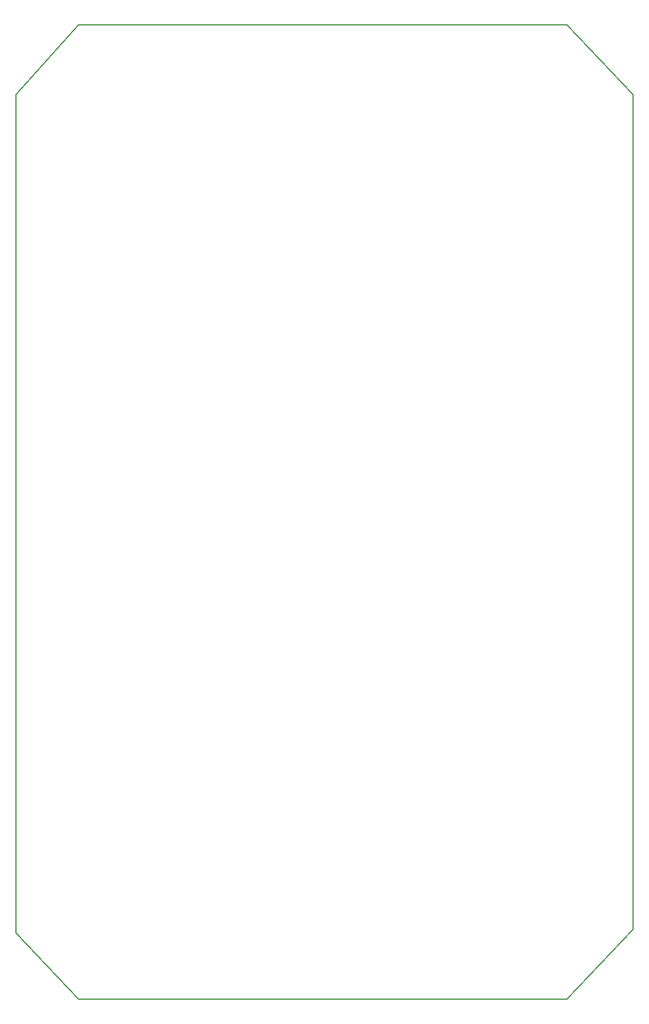
<source format=gbr>
G04 #@! TF.GenerationSoftware,KiCad,Pcbnew,(5.1.0)-1*
G04 #@! TF.CreationDate,2019-05-23T14:19:01+02:00*
G04 #@! TF.ProjectId,relay_card,72656c61-795f-4636-9172-642e6b696361,rev?*
G04 #@! TF.SameCoordinates,Original*
G04 #@! TF.FileFunction,Profile,NP*
%FSLAX46Y46*%
G04 Gerber Fmt 4.6, Leading zero omitted, Abs format (unit mm)*
G04 Created by KiCad (PCBNEW (5.1.0)-1) date 2019-05-23 14:19:01*
%MOMM*%
%LPD*%
G04 APERTURE LIST*
%ADD10C,0.150000*%
G04 APERTURE END LIST*
D10*
X160000000Y-29900000D02*
X169500000Y-39900000D01*
X90000000Y-169400000D02*
X81000000Y-159900000D01*
X160000000Y-169400000D02*
X169500000Y-159400000D01*
X90000000Y-29900000D02*
X81000000Y-39900000D01*
X160000000Y-29900000D02*
X90000000Y-29900000D01*
X169500000Y-159400000D02*
X169500000Y-39900000D01*
X90000000Y-169400000D02*
X160000000Y-169400000D01*
X81000000Y-39900000D02*
X81000000Y-159900000D01*
M02*

</source>
